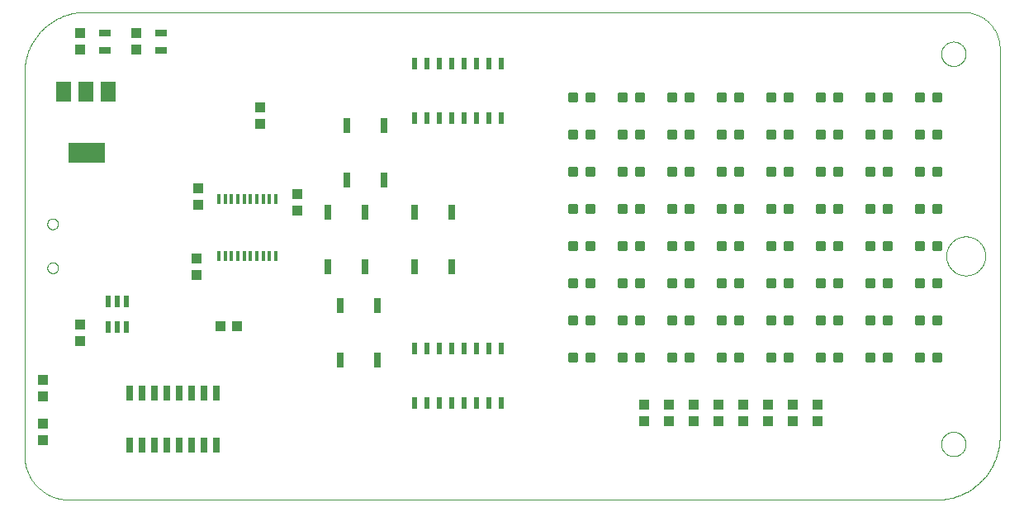
<source format=gtp>
G75*
%MOIN*%
%OFA0B0*%
%FSLAX25Y25*%
%IPPOS*%
%LPD*%
%AMOC8*
5,1,8,0,0,1.08239X$1,22.5*
%
%ADD10C,0.00000*%
%ADD11C,0.01181*%
%ADD12R,0.03937X0.04331*%
%ADD13R,0.02500X0.06000*%
%ADD14R,0.05900X0.07900*%
%ADD15R,0.15000X0.07900*%
%ADD16R,0.04724X0.03150*%
%ADD17R,0.01200X0.03900*%
%ADD18R,0.02362X0.04724*%
%ADD19R,0.03000X0.06000*%
%ADD20R,0.02165X0.04724*%
%ADD21R,0.04331X0.03937*%
D10*
X0059668Y0031528D02*
X0059668Y0185867D01*
X0059675Y0186459D01*
X0059697Y0187050D01*
X0059732Y0187640D01*
X0059782Y0188230D01*
X0059847Y0188818D01*
X0059925Y0189405D01*
X0060017Y0189989D01*
X0060124Y0190571D01*
X0060245Y0191150D01*
X0060379Y0191726D01*
X0060528Y0192299D01*
X0060690Y0192868D01*
X0060866Y0193433D01*
X0061056Y0193993D01*
X0061259Y0194549D01*
X0061475Y0195099D01*
X0061705Y0195645D01*
X0061948Y0196184D01*
X0062204Y0196718D01*
X0062472Y0197245D01*
X0062754Y0197765D01*
X0063047Y0198279D01*
X0063353Y0198785D01*
X0063672Y0199284D01*
X0064002Y0199775D01*
X0064344Y0200258D01*
X0064697Y0200732D01*
X0065062Y0201198D01*
X0065438Y0201655D01*
X0065825Y0202102D01*
X0066223Y0202540D01*
X0066631Y0202969D01*
X0067049Y0203387D01*
X0067478Y0203795D01*
X0067916Y0204193D01*
X0068363Y0204580D01*
X0068820Y0204956D01*
X0069286Y0205321D01*
X0069760Y0205674D01*
X0070243Y0206016D01*
X0070734Y0206346D01*
X0071233Y0206665D01*
X0071739Y0206971D01*
X0072253Y0207264D01*
X0072773Y0207546D01*
X0073300Y0207814D01*
X0073834Y0208070D01*
X0074373Y0208313D01*
X0074919Y0208543D01*
X0075469Y0208759D01*
X0076025Y0208962D01*
X0076585Y0209152D01*
X0077150Y0209328D01*
X0077719Y0209490D01*
X0078292Y0209639D01*
X0078868Y0209773D01*
X0079447Y0209894D01*
X0080029Y0210001D01*
X0080613Y0210093D01*
X0081200Y0210171D01*
X0081788Y0210236D01*
X0082378Y0210286D01*
X0082968Y0210321D01*
X0083559Y0210343D01*
X0084151Y0210350D01*
X0438667Y0210350D01*
X0438667Y0210351D02*
X0439022Y0210347D01*
X0439377Y0210334D01*
X0439732Y0210312D01*
X0440086Y0210282D01*
X0440439Y0210244D01*
X0440791Y0210197D01*
X0441142Y0210141D01*
X0441492Y0210077D01*
X0441839Y0210005D01*
X0442185Y0209924D01*
X0442529Y0209835D01*
X0442871Y0209737D01*
X0443210Y0209631D01*
X0443547Y0209518D01*
X0443880Y0209396D01*
X0444211Y0209266D01*
X0444538Y0209128D01*
X0444862Y0208982D01*
X0445183Y0208828D01*
X0445499Y0208667D01*
X0445812Y0208498D01*
X0446120Y0208322D01*
X0446424Y0208138D01*
X0446724Y0207947D01*
X0447019Y0207749D01*
X0447309Y0207543D01*
X0447594Y0207331D01*
X0447873Y0207112D01*
X0448147Y0206886D01*
X0448416Y0206654D01*
X0448679Y0206415D01*
X0448937Y0206170D01*
X0449188Y0205919D01*
X0449433Y0205661D01*
X0449672Y0205398D01*
X0449904Y0205129D01*
X0450130Y0204855D01*
X0450349Y0204576D01*
X0450561Y0204291D01*
X0450767Y0204001D01*
X0450965Y0203706D01*
X0451156Y0203406D01*
X0451340Y0203102D01*
X0451516Y0202794D01*
X0451685Y0202481D01*
X0451846Y0202165D01*
X0452000Y0201844D01*
X0452146Y0201520D01*
X0452284Y0201193D01*
X0452414Y0200862D01*
X0452536Y0200529D01*
X0452649Y0200192D01*
X0452755Y0199853D01*
X0452853Y0199511D01*
X0452942Y0199167D01*
X0453023Y0198821D01*
X0453095Y0198474D01*
X0453159Y0198124D01*
X0453215Y0197773D01*
X0453262Y0197421D01*
X0453300Y0197068D01*
X0453330Y0196714D01*
X0453352Y0196359D01*
X0453365Y0196004D01*
X0453369Y0195649D01*
X0453369Y0039112D01*
X0429747Y0036000D02*
X0429749Y0036140D01*
X0429755Y0036280D01*
X0429765Y0036419D01*
X0429779Y0036558D01*
X0429797Y0036697D01*
X0429818Y0036835D01*
X0429844Y0036973D01*
X0429874Y0037110D01*
X0429907Y0037245D01*
X0429945Y0037380D01*
X0429986Y0037514D01*
X0430031Y0037647D01*
X0430079Y0037778D01*
X0430132Y0037907D01*
X0430188Y0038036D01*
X0430247Y0038162D01*
X0430311Y0038287D01*
X0430377Y0038410D01*
X0430448Y0038531D01*
X0430521Y0038650D01*
X0430598Y0038767D01*
X0430679Y0038881D01*
X0430762Y0038993D01*
X0430849Y0039103D01*
X0430939Y0039211D01*
X0431031Y0039315D01*
X0431127Y0039417D01*
X0431226Y0039517D01*
X0431327Y0039613D01*
X0431431Y0039707D01*
X0431538Y0039797D01*
X0431647Y0039884D01*
X0431759Y0039969D01*
X0431873Y0040050D01*
X0431989Y0040128D01*
X0432107Y0040202D01*
X0432228Y0040273D01*
X0432350Y0040341D01*
X0432475Y0040405D01*
X0432601Y0040466D01*
X0432728Y0040523D01*
X0432858Y0040576D01*
X0432989Y0040626D01*
X0433121Y0040671D01*
X0433254Y0040714D01*
X0433389Y0040752D01*
X0433524Y0040786D01*
X0433661Y0040817D01*
X0433798Y0040844D01*
X0433936Y0040866D01*
X0434075Y0040885D01*
X0434214Y0040900D01*
X0434353Y0040911D01*
X0434493Y0040918D01*
X0434633Y0040921D01*
X0434773Y0040920D01*
X0434913Y0040915D01*
X0435052Y0040906D01*
X0435192Y0040893D01*
X0435331Y0040876D01*
X0435469Y0040855D01*
X0435607Y0040831D01*
X0435744Y0040802D01*
X0435880Y0040770D01*
X0436015Y0040733D01*
X0436149Y0040693D01*
X0436282Y0040649D01*
X0436413Y0040601D01*
X0436543Y0040550D01*
X0436672Y0040495D01*
X0436799Y0040436D01*
X0436924Y0040373D01*
X0437047Y0040308D01*
X0437169Y0040238D01*
X0437288Y0040165D01*
X0437406Y0040089D01*
X0437521Y0040010D01*
X0437634Y0039927D01*
X0437744Y0039841D01*
X0437852Y0039752D01*
X0437957Y0039660D01*
X0438060Y0039565D01*
X0438160Y0039467D01*
X0438257Y0039367D01*
X0438351Y0039263D01*
X0438443Y0039157D01*
X0438531Y0039049D01*
X0438616Y0038938D01*
X0438698Y0038824D01*
X0438777Y0038708D01*
X0438852Y0038591D01*
X0438924Y0038471D01*
X0438992Y0038349D01*
X0439057Y0038225D01*
X0439119Y0038099D01*
X0439177Y0037972D01*
X0439231Y0037843D01*
X0439282Y0037712D01*
X0439328Y0037580D01*
X0439371Y0037447D01*
X0439411Y0037313D01*
X0439446Y0037178D01*
X0439478Y0037041D01*
X0439505Y0036904D01*
X0439529Y0036766D01*
X0439549Y0036628D01*
X0439565Y0036489D01*
X0439577Y0036349D01*
X0439585Y0036210D01*
X0439589Y0036070D01*
X0439589Y0035930D01*
X0439585Y0035790D01*
X0439577Y0035651D01*
X0439565Y0035511D01*
X0439549Y0035372D01*
X0439529Y0035234D01*
X0439505Y0035096D01*
X0439478Y0034959D01*
X0439446Y0034822D01*
X0439411Y0034687D01*
X0439371Y0034553D01*
X0439328Y0034420D01*
X0439282Y0034288D01*
X0439231Y0034157D01*
X0439177Y0034028D01*
X0439119Y0033901D01*
X0439057Y0033775D01*
X0438992Y0033651D01*
X0438924Y0033529D01*
X0438852Y0033409D01*
X0438777Y0033292D01*
X0438698Y0033176D01*
X0438616Y0033062D01*
X0438531Y0032951D01*
X0438443Y0032843D01*
X0438351Y0032737D01*
X0438257Y0032633D01*
X0438160Y0032533D01*
X0438060Y0032435D01*
X0437957Y0032340D01*
X0437852Y0032248D01*
X0437744Y0032159D01*
X0437634Y0032073D01*
X0437521Y0031990D01*
X0437406Y0031911D01*
X0437288Y0031835D01*
X0437169Y0031762D01*
X0437047Y0031692D01*
X0436924Y0031627D01*
X0436799Y0031564D01*
X0436672Y0031505D01*
X0436543Y0031450D01*
X0436413Y0031399D01*
X0436282Y0031351D01*
X0436149Y0031307D01*
X0436015Y0031267D01*
X0435880Y0031230D01*
X0435744Y0031198D01*
X0435607Y0031169D01*
X0435469Y0031145D01*
X0435331Y0031124D01*
X0435192Y0031107D01*
X0435052Y0031094D01*
X0434913Y0031085D01*
X0434773Y0031080D01*
X0434633Y0031079D01*
X0434493Y0031082D01*
X0434353Y0031089D01*
X0434214Y0031100D01*
X0434075Y0031115D01*
X0433936Y0031134D01*
X0433798Y0031156D01*
X0433661Y0031183D01*
X0433524Y0031214D01*
X0433389Y0031248D01*
X0433254Y0031286D01*
X0433121Y0031329D01*
X0432989Y0031374D01*
X0432858Y0031424D01*
X0432728Y0031477D01*
X0432601Y0031534D01*
X0432475Y0031595D01*
X0432350Y0031659D01*
X0432228Y0031727D01*
X0432107Y0031798D01*
X0431989Y0031872D01*
X0431873Y0031950D01*
X0431759Y0032031D01*
X0431647Y0032116D01*
X0431538Y0032203D01*
X0431431Y0032293D01*
X0431327Y0032387D01*
X0431226Y0032483D01*
X0431127Y0032583D01*
X0431031Y0032685D01*
X0430939Y0032789D01*
X0430849Y0032897D01*
X0430762Y0033007D01*
X0430679Y0033119D01*
X0430598Y0033233D01*
X0430521Y0033350D01*
X0430448Y0033469D01*
X0430377Y0033590D01*
X0430311Y0033713D01*
X0430247Y0033838D01*
X0430188Y0033964D01*
X0430132Y0034093D01*
X0430079Y0034222D01*
X0430031Y0034353D01*
X0429986Y0034486D01*
X0429945Y0034620D01*
X0429907Y0034755D01*
X0429874Y0034890D01*
X0429844Y0035027D01*
X0429818Y0035165D01*
X0429797Y0035303D01*
X0429779Y0035442D01*
X0429765Y0035581D01*
X0429755Y0035720D01*
X0429749Y0035860D01*
X0429747Y0036000D01*
X0427757Y0013500D02*
X0428376Y0013507D01*
X0428994Y0013530D01*
X0429612Y0013567D01*
X0430229Y0013620D01*
X0430844Y0013687D01*
X0431458Y0013769D01*
X0432069Y0013866D01*
X0432678Y0013977D01*
X0433284Y0014103D01*
X0433886Y0014244D01*
X0434485Y0014400D01*
X0435081Y0014569D01*
X0435672Y0014754D01*
X0436258Y0014952D01*
X0436839Y0015164D01*
X0437415Y0015391D01*
X0437986Y0015631D01*
X0438550Y0015885D01*
X0439108Y0016153D01*
X0439659Y0016434D01*
X0440204Y0016728D01*
X0440741Y0017035D01*
X0441271Y0017355D01*
X0441793Y0017688D01*
X0442306Y0018034D01*
X0442811Y0018391D01*
X0443308Y0018761D01*
X0443795Y0019143D01*
X0444273Y0019536D01*
X0444741Y0019941D01*
X0445199Y0020357D01*
X0445647Y0020784D01*
X0446085Y0021222D01*
X0446512Y0021670D01*
X0446928Y0022128D01*
X0447333Y0022596D01*
X0447726Y0023074D01*
X0448108Y0023561D01*
X0448478Y0024058D01*
X0448835Y0024563D01*
X0449181Y0025076D01*
X0449514Y0025598D01*
X0449834Y0026128D01*
X0450141Y0026665D01*
X0450435Y0027210D01*
X0450716Y0027761D01*
X0450984Y0028319D01*
X0451238Y0028883D01*
X0451478Y0029454D01*
X0451705Y0030030D01*
X0451917Y0030611D01*
X0452115Y0031197D01*
X0452300Y0031788D01*
X0452469Y0032384D01*
X0452625Y0032983D01*
X0452766Y0033585D01*
X0452892Y0034191D01*
X0453003Y0034800D01*
X0453100Y0035411D01*
X0453182Y0036025D01*
X0453249Y0036640D01*
X0453302Y0037257D01*
X0453339Y0037875D01*
X0453362Y0038493D01*
X0453369Y0039112D01*
X0427757Y0013500D02*
X0077695Y0013500D01*
X0077259Y0013505D01*
X0076824Y0013521D01*
X0076389Y0013547D01*
X0075955Y0013584D01*
X0075522Y0013631D01*
X0075090Y0013689D01*
X0074660Y0013757D01*
X0074231Y0013836D01*
X0073805Y0013925D01*
X0073381Y0014024D01*
X0072959Y0014133D01*
X0072540Y0014253D01*
X0072124Y0014382D01*
X0071711Y0014522D01*
X0071302Y0014672D01*
X0070897Y0014831D01*
X0070495Y0015000D01*
X0070098Y0015179D01*
X0069705Y0015367D01*
X0069317Y0015565D01*
X0068934Y0015772D01*
X0068556Y0015988D01*
X0068183Y0016214D01*
X0067815Y0016448D01*
X0067454Y0016691D01*
X0067098Y0016943D01*
X0066749Y0017203D01*
X0066406Y0017472D01*
X0066070Y0017749D01*
X0065740Y0018034D01*
X0065418Y0018327D01*
X0065102Y0018627D01*
X0064794Y0018935D01*
X0064494Y0019251D01*
X0064201Y0019573D01*
X0063916Y0019903D01*
X0063639Y0020239D01*
X0063370Y0020582D01*
X0063110Y0020931D01*
X0062858Y0021287D01*
X0062615Y0021648D01*
X0062381Y0022016D01*
X0062155Y0022389D01*
X0061939Y0022767D01*
X0061732Y0023150D01*
X0061534Y0023538D01*
X0061346Y0023931D01*
X0061167Y0024328D01*
X0060998Y0024730D01*
X0060839Y0025135D01*
X0060689Y0025544D01*
X0060549Y0025957D01*
X0060420Y0026373D01*
X0060300Y0026792D01*
X0060191Y0027214D01*
X0060092Y0027638D01*
X0060003Y0028064D01*
X0059924Y0028493D01*
X0059856Y0028923D01*
X0059798Y0029355D01*
X0059751Y0029788D01*
X0059714Y0030222D01*
X0059688Y0030657D01*
X0059672Y0031092D01*
X0059667Y0031528D01*
X0068920Y0107142D02*
X0068922Y0107235D01*
X0068928Y0107327D01*
X0068938Y0107419D01*
X0068952Y0107510D01*
X0068969Y0107601D01*
X0068991Y0107691D01*
X0069016Y0107780D01*
X0069045Y0107868D01*
X0069078Y0107954D01*
X0069115Y0108039D01*
X0069155Y0108123D01*
X0069199Y0108204D01*
X0069246Y0108284D01*
X0069296Y0108362D01*
X0069350Y0108437D01*
X0069407Y0108510D01*
X0069467Y0108580D01*
X0069530Y0108648D01*
X0069596Y0108713D01*
X0069664Y0108775D01*
X0069735Y0108835D01*
X0069809Y0108891D01*
X0069885Y0108944D01*
X0069963Y0108993D01*
X0070043Y0109040D01*
X0070125Y0109082D01*
X0070209Y0109122D01*
X0070294Y0109157D01*
X0070381Y0109189D01*
X0070469Y0109218D01*
X0070558Y0109242D01*
X0070648Y0109263D01*
X0070739Y0109279D01*
X0070831Y0109292D01*
X0070923Y0109301D01*
X0071016Y0109306D01*
X0071108Y0109307D01*
X0071201Y0109304D01*
X0071293Y0109297D01*
X0071385Y0109286D01*
X0071476Y0109271D01*
X0071567Y0109253D01*
X0071657Y0109230D01*
X0071745Y0109204D01*
X0071833Y0109174D01*
X0071919Y0109140D01*
X0072003Y0109103D01*
X0072086Y0109061D01*
X0072167Y0109017D01*
X0072247Y0108969D01*
X0072324Y0108918D01*
X0072398Y0108863D01*
X0072471Y0108805D01*
X0072541Y0108745D01*
X0072608Y0108681D01*
X0072672Y0108615D01*
X0072734Y0108545D01*
X0072792Y0108474D01*
X0072847Y0108400D01*
X0072899Y0108323D01*
X0072948Y0108244D01*
X0072994Y0108164D01*
X0073036Y0108081D01*
X0073074Y0107997D01*
X0073109Y0107911D01*
X0073140Y0107824D01*
X0073167Y0107736D01*
X0073190Y0107646D01*
X0073210Y0107556D01*
X0073226Y0107465D01*
X0073238Y0107373D01*
X0073246Y0107281D01*
X0073250Y0107188D01*
X0073250Y0107096D01*
X0073246Y0107003D01*
X0073238Y0106911D01*
X0073226Y0106819D01*
X0073210Y0106728D01*
X0073190Y0106638D01*
X0073167Y0106548D01*
X0073140Y0106460D01*
X0073109Y0106373D01*
X0073074Y0106287D01*
X0073036Y0106203D01*
X0072994Y0106120D01*
X0072948Y0106040D01*
X0072899Y0105961D01*
X0072847Y0105884D01*
X0072792Y0105810D01*
X0072734Y0105739D01*
X0072672Y0105669D01*
X0072608Y0105603D01*
X0072541Y0105539D01*
X0072471Y0105479D01*
X0072398Y0105421D01*
X0072324Y0105366D01*
X0072247Y0105315D01*
X0072168Y0105267D01*
X0072086Y0105223D01*
X0072003Y0105181D01*
X0071919Y0105144D01*
X0071833Y0105110D01*
X0071745Y0105080D01*
X0071657Y0105054D01*
X0071567Y0105031D01*
X0071476Y0105013D01*
X0071385Y0104998D01*
X0071293Y0104987D01*
X0071201Y0104980D01*
X0071108Y0104977D01*
X0071016Y0104978D01*
X0070923Y0104983D01*
X0070831Y0104992D01*
X0070739Y0105005D01*
X0070648Y0105021D01*
X0070558Y0105042D01*
X0070469Y0105066D01*
X0070381Y0105095D01*
X0070294Y0105127D01*
X0070209Y0105162D01*
X0070125Y0105202D01*
X0070043Y0105244D01*
X0069963Y0105291D01*
X0069885Y0105340D01*
X0069809Y0105393D01*
X0069735Y0105449D01*
X0069664Y0105509D01*
X0069596Y0105571D01*
X0069530Y0105636D01*
X0069467Y0105704D01*
X0069407Y0105774D01*
X0069350Y0105847D01*
X0069296Y0105922D01*
X0069246Y0106000D01*
X0069199Y0106080D01*
X0069155Y0106161D01*
X0069115Y0106245D01*
X0069078Y0106330D01*
X0069045Y0106416D01*
X0069016Y0106504D01*
X0068991Y0106593D01*
X0068969Y0106683D01*
X0068952Y0106774D01*
X0068938Y0106865D01*
X0068928Y0106957D01*
X0068922Y0107049D01*
X0068920Y0107142D01*
X0068920Y0124858D02*
X0068922Y0124951D01*
X0068928Y0125043D01*
X0068938Y0125135D01*
X0068952Y0125226D01*
X0068969Y0125317D01*
X0068991Y0125407D01*
X0069016Y0125496D01*
X0069045Y0125584D01*
X0069078Y0125670D01*
X0069115Y0125755D01*
X0069155Y0125839D01*
X0069199Y0125920D01*
X0069246Y0126000D01*
X0069296Y0126078D01*
X0069350Y0126153D01*
X0069407Y0126226D01*
X0069467Y0126296D01*
X0069530Y0126364D01*
X0069596Y0126429D01*
X0069664Y0126491D01*
X0069735Y0126551D01*
X0069809Y0126607D01*
X0069885Y0126660D01*
X0069963Y0126709D01*
X0070043Y0126756D01*
X0070125Y0126798D01*
X0070209Y0126838D01*
X0070294Y0126873D01*
X0070381Y0126905D01*
X0070469Y0126934D01*
X0070558Y0126958D01*
X0070648Y0126979D01*
X0070739Y0126995D01*
X0070831Y0127008D01*
X0070923Y0127017D01*
X0071016Y0127022D01*
X0071108Y0127023D01*
X0071201Y0127020D01*
X0071293Y0127013D01*
X0071385Y0127002D01*
X0071476Y0126987D01*
X0071567Y0126969D01*
X0071657Y0126946D01*
X0071745Y0126920D01*
X0071833Y0126890D01*
X0071919Y0126856D01*
X0072003Y0126819D01*
X0072086Y0126777D01*
X0072167Y0126733D01*
X0072247Y0126685D01*
X0072324Y0126634D01*
X0072398Y0126579D01*
X0072471Y0126521D01*
X0072541Y0126461D01*
X0072608Y0126397D01*
X0072672Y0126331D01*
X0072734Y0126261D01*
X0072792Y0126190D01*
X0072847Y0126116D01*
X0072899Y0126039D01*
X0072948Y0125960D01*
X0072994Y0125880D01*
X0073036Y0125797D01*
X0073074Y0125713D01*
X0073109Y0125627D01*
X0073140Y0125540D01*
X0073167Y0125452D01*
X0073190Y0125362D01*
X0073210Y0125272D01*
X0073226Y0125181D01*
X0073238Y0125089D01*
X0073246Y0124997D01*
X0073250Y0124904D01*
X0073250Y0124812D01*
X0073246Y0124719D01*
X0073238Y0124627D01*
X0073226Y0124535D01*
X0073210Y0124444D01*
X0073190Y0124354D01*
X0073167Y0124264D01*
X0073140Y0124176D01*
X0073109Y0124089D01*
X0073074Y0124003D01*
X0073036Y0123919D01*
X0072994Y0123836D01*
X0072948Y0123756D01*
X0072899Y0123677D01*
X0072847Y0123600D01*
X0072792Y0123526D01*
X0072734Y0123455D01*
X0072672Y0123385D01*
X0072608Y0123319D01*
X0072541Y0123255D01*
X0072471Y0123195D01*
X0072398Y0123137D01*
X0072324Y0123082D01*
X0072247Y0123031D01*
X0072168Y0122983D01*
X0072086Y0122939D01*
X0072003Y0122897D01*
X0071919Y0122860D01*
X0071833Y0122826D01*
X0071745Y0122796D01*
X0071657Y0122770D01*
X0071567Y0122747D01*
X0071476Y0122729D01*
X0071385Y0122714D01*
X0071293Y0122703D01*
X0071201Y0122696D01*
X0071108Y0122693D01*
X0071016Y0122694D01*
X0070923Y0122699D01*
X0070831Y0122708D01*
X0070739Y0122721D01*
X0070648Y0122737D01*
X0070558Y0122758D01*
X0070469Y0122782D01*
X0070381Y0122811D01*
X0070294Y0122843D01*
X0070209Y0122878D01*
X0070125Y0122918D01*
X0070043Y0122960D01*
X0069963Y0123007D01*
X0069885Y0123056D01*
X0069809Y0123109D01*
X0069735Y0123165D01*
X0069664Y0123225D01*
X0069596Y0123287D01*
X0069530Y0123352D01*
X0069467Y0123420D01*
X0069407Y0123490D01*
X0069350Y0123563D01*
X0069296Y0123638D01*
X0069246Y0123716D01*
X0069199Y0123796D01*
X0069155Y0123877D01*
X0069115Y0123961D01*
X0069078Y0124046D01*
X0069045Y0124132D01*
X0069016Y0124220D01*
X0068991Y0124309D01*
X0068969Y0124399D01*
X0068952Y0124490D01*
X0068938Y0124581D01*
X0068928Y0124673D01*
X0068922Y0124765D01*
X0068920Y0124858D01*
X0429747Y0193500D02*
X0429749Y0193640D01*
X0429755Y0193780D01*
X0429765Y0193919D01*
X0429779Y0194058D01*
X0429797Y0194197D01*
X0429818Y0194335D01*
X0429844Y0194473D01*
X0429874Y0194610D01*
X0429907Y0194745D01*
X0429945Y0194880D01*
X0429986Y0195014D01*
X0430031Y0195147D01*
X0430079Y0195278D01*
X0430132Y0195407D01*
X0430188Y0195536D01*
X0430247Y0195662D01*
X0430311Y0195787D01*
X0430377Y0195910D01*
X0430448Y0196031D01*
X0430521Y0196150D01*
X0430598Y0196267D01*
X0430679Y0196381D01*
X0430762Y0196493D01*
X0430849Y0196603D01*
X0430939Y0196711D01*
X0431031Y0196815D01*
X0431127Y0196917D01*
X0431226Y0197017D01*
X0431327Y0197113D01*
X0431431Y0197207D01*
X0431538Y0197297D01*
X0431647Y0197384D01*
X0431759Y0197469D01*
X0431873Y0197550D01*
X0431989Y0197628D01*
X0432107Y0197702D01*
X0432228Y0197773D01*
X0432350Y0197841D01*
X0432475Y0197905D01*
X0432601Y0197966D01*
X0432728Y0198023D01*
X0432858Y0198076D01*
X0432989Y0198126D01*
X0433121Y0198171D01*
X0433254Y0198214D01*
X0433389Y0198252D01*
X0433524Y0198286D01*
X0433661Y0198317D01*
X0433798Y0198344D01*
X0433936Y0198366D01*
X0434075Y0198385D01*
X0434214Y0198400D01*
X0434353Y0198411D01*
X0434493Y0198418D01*
X0434633Y0198421D01*
X0434773Y0198420D01*
X0434913Y0198415D01*
X0435052Y0198406D01*
X0435192Y0198393D01*
X0435331Y0198376D01*
X0435469Y0198355D01*
X0435607Y0198331D01*
X0435744Y0198302D01*
X0435880Y0198270D01*
X0436015Y0198233D01*
X0436149Y0198193D01*
X0436282Y0198149D01*
X0436413Y0198101D01*
X0436543Y0198050D01*
X0436672Y0197995D01*
X0436799Y0197936D01*
X0436924Y0197873D01*
X0437047Y0197808D01*
X0437169Y0197738D01*
X0437288Y0197665D01*
X0437406Y0197589D01*
X0437521Y0197510D01*
X0437634Y0197427D01*
X0437744Y0197341D01*
X0437852Y0197252D01*
X0437957Y0197160D01*
X0438060Y0197065D01*
X0438160Y0196967D01*
X0438257Y0196867D01*
X0438351Y0196763D01*
X0438443Y0196657D01*
X0438531Y0196549D01*
X0438616Y0196438D01*
X0438698Y0196324D01*
X0438777Y0196208D01*
X0438852Y0196091D01*
X0438924Y0195971D01*
X0438992Y0195849D01*
X0439057Y0195725D01*
X0439119Y0195599D01*
X0439177Y0195472D01*
X0439231Y0195343D01*
X0439282Y0195212D01*
X0439328Y0195080D01*
X0439371Y0194947D01*
X0439411Y0194813D01*
X0439446Y0194678D01*
X0439478Y0194541D01*
X0439505Y0194404D01*
X0439529Y0194266D01*
X0439549Y0194128D01*
X0439565Y0193989D01*
X0439577Y0193849D01*
X0439585Y0193710D01*
X0439589Y0193570D01*
X0439589Y0193430D01*
X0439585Y0193290D01*
X0439577Y0193151D01*
X0439565Y0193011D01*
X0439549Y0192872D01*
X0439529Y0192734D01*
X0439505Y0192596D01*
X0439478Y0192459D01*
X0439446Y0192322D01*
X0439411Y0192187D01*
X0439371Y0192053D01*
X0439328Y0191920D01*
X0439282Y0191788D01*
X0439231Y0191657D01*
X0439177Y0191528D01*
X0439119Y0191401D01*
X0439057Y0191275D01*
X0438992Y0191151D01*
X0438924Y0191029D01*
X0438852Y0190909D01*
X0438777Y0190792D01*
X0438698Y0190676D01*
X0438616Y0190562D01*
X0438531Y0190451D01*
X0438443Y0190343D01*
X0438351Y0190237D01*
X0438257Y0190133D01*
X0438160Y0190033D01*
X0438060Y0189935D01*
X0437957Y0189840D01*
X0437852Y0189748D01*
X0437744Y0189659D01*
X0437634Y0189573D01*
X0437521Y0189490D01*
X0437406Y0189411D01*
X0437288Y0189335D01*
X0437169Y0189262D01*
X0437047Y0189192D01*
X0436924Y0189127D01*
X0436799Y0189064D01*
X0436672Y0189005D01*
X0436543Y0188950D01*
X0436413Y0188899D01*
X0436282Y0188851D01*
X0436149Y0188807D01*
X0436015Y0188767D01*
X0435880Y0188730D01*
X0435744Y0188698D01*
X0435607Y0188669D01*
X0435469Y0188645D01*
X0435331Y0188624D01*
X0435192Y0188607D01*
X0435052Y0188594D01*
X0434913Y0188585D01*
X0434773Y0188580D01*
X0434633Y0188579D01*
X0434493Y0188582D01*
X0434353Y0188589D01*
X0434214Y0188600D01*
X0434075Y0188615D01*
X0433936Y0188634D01*
X0433798Y0188656D01*
X0433661Y0188683D01*
X0433524Y0188714D01*
X0433389Y0188748D01*
X0433254Y0188786D01*
X0433121Y0188829D01*
X0432989Y0188874D01*
X0432858Y0188924D01*
X0432728Y0188977D01*
X0432601Y0189034D01*
X0432475Y0189095D01*
X0432350Y0189159D01*
X0432228Y0189227D01*
X0432107Y0189298D01*
X0431989Y0189372D01*
X0431873Y0189450D01*
X0431759Y0189531D01*
X0431647Y0189616D01*
X0431538Y0189703D01*
X0431431Y0189793D01*
X0431327Y0189887D01*
X0431226Y0189983D01*
X0431127Y0190083D01*
X0431031Y0190185D01*
X0430939Y0190289D01*
X0430849Y0190397D01*
X0430762Y0190507D01*
X0430679Y0190619D01*
X0430598Y0190733D01*
X0430521Y0190850D01*
X0430448Y0190969D01*
X0430377Y0191090D01*
X0430311Y0191213D01*
X0430247Y0191338D01*
X0430188Y0191464D01*
X0430132Y0191593D01*
X0430079Y0191722D01*
X0430031Y0191853D01*
X0429986Y0191986D01*
X0429945Y0192120D01*
X0429907Y0192255D01*
X0429874Y0192390D01*
X0429844Y0192527D01*
X0429818Y0192665D01*
X0429797Y0192803D01*
X0429779Y0192942D01*
X0429765Y0193081D01*
X0429755Y0193220D01*
X0429749Y0193360D01*
X0429747Y0193500D01*
X0431794Y0111925D02*
X0431796Y0112118D01*
X0431803Y0112311D01*
X0431815Y0112504D01*
X0431832Y0112697D01*
X0431853Y0112889D01*
X0431879Y0113080D01*
X0431910Y0113271D01*
X0431945Y0113461D01*
X0431985Y0113650D01*
X0432030Y0113838D01*
X0432079Y0114025D01*
X0432133Y0114211D01*
X0432191Y0114395D01*
X0432254Y0114578D01*
X0432322Y0114759D01*
X0432393Y0114938D01*
X0432470Y0115116D01*
X0432550Y0115292D01*
X0432635Y0115465D01*
X0432724Y0115637D01*
X0432817Y0115806D01*
X0432914Y0115973D01*
X0433016Y0116138D01*
X0433121Y0116300D01*
X0433230Y0116459D01*
X0433344Y0116616D01*
X0433461Y0116769D01*
X0433581Y0116920D01*
X0433706Y0117068D01*
X0433834Y0117213D01*
X0433965Y0117354D01*
X0434100Y0117493D01*
X0434239Y0117628D01*
X0434380Y0117759D01*
X0434525Y0117887D01*
X0434673Y0118012D01*
X0434824Y0118132D01*
X0434977Y0118249D01*
X0435134Y0118363D01*
X0435293Y0118472D01*
X0435455Y0118577D01*
X0435620Y0118679D01*
X0435787Y0118776D01*
X0435956Y0118869D01*
X0436128Y0118958D01*
X0436301Y0119043D01*
X0436477Y0119123D01*
X0436655Y0119200D01*
X0436834Y0119271D01*
X0437015Y0119339D01*
X0437198Y0119402D01*
X0437382Y0119460D01*
X0437568Y0119514D01*
X0437755Y0119563D01*
X0437943Y0119608D01*
X0438132Y0119648D01*
X0438322Y0119683D01*
X0438513Y0119714D01*
X0438704Y0119740D01*
X0438896Y0119761D01*
X0439089Y0119778D01*
X0439282Y0119790D01*
X0439475Y0119797D01*
X0439668Y0119799D01*
X0439861Y0119797D01*
X0440054Y0119790D01*
X0440247Y0119778D01*
X0440440Y0119761D01*
X0440632Y0119740D01*
X0440823Y0119714D01*
X0441014Y0119683D01*
X0441204Y0119648D01*
X0441393Y0119608D01*
X0441581Y0119563D01*
X0441768Y0119514D01*
X0441954Y0119460D01*
X0442138Y0119402D01*
X0442321Y0119339D01*
X0442502Y0119271D01*
X0442681Y0119200D01*
X0442859Y0119123D01*
X0443035Y0119043D01*
X0443208Y0118958D01*
X0443380Y0118869D01*
X0443549Y0118776D01*
X0443716Y0118679D01*
X0443881Y0118577D01*
X0444043Y0118472D01*
X0444202Y0118363D01*
X0444359Y0118249D01*
X0444512Y0118132D01*
X0444663Y0118012D01*
X0444811Y0117887D01*
X0444956Y0117759D01*
X0445097Y0117628D01*
X0445236Y0117493D01*
X0445371Y0117354D01*
X0445502Y0117213D01*
X0445630Y0117068D01*
X0445755Y0116920D01*
X0445875Y0116769D01*
X0445992Y0116616D01*
X0446106Y0116459D01*
X0446215Y0116300D01*
X0446320Y0116138D01*
X0446422Y0115973D01*
X0446519Y0115806D01*
X0446612Y0115637D01*
X0446701Y0115465D01*
X0446786Y0115292D01*
X0446866Y0115116D01*
X0446943Y0114938D01*
X0447014Y0114759D01*
X0447082Y0114578D01*
X0447145Y0114395D01*
X0447203Y0114211D01*
X0447257Y0114025D01*
X0447306Y0113838D01*
X0447351Y0113650D01*
X0447391Y0113461D01*
X0447426Y0113271D01*
X0447457Y0113080D01*
X0447483Y0112889D01*
X0447504Y0112697D01*
X0447521Y0112504D01*
X0447533Y0112311D01*
X0447540Y0112118D01*
X0447542Y0111925D01*
X0447540Y0111732D01*
X0447533Y0111539D01*
X0447521Y0111346D01*
X0447504Y0111153D01*
X0447483Y0110961D01*
X0447457Y0110770D01*
X0447426Y0110579D01*
X0447391Y0110389D01*
X0447351Y0110200D01*
X0447306Y0110012D01*
X0447257Y0109825D01*
X0447203Y0109639D01*
X0447145Y0109455D01*
X0447082Y0109272D01*
X0447014Y0109091D01*
X0446943Y0108912D01*
X0446866Y0108734D01*
X0446786Y0108558D01*
X0446701Y0108385D01*
X0446612Y0108213D01*
X0446519Y0108044D01*
X0446422Y0107877D01*
X0446320Y0107712D01*
X0446215Y0107550D01*
X0446106Y0107391D01*
X0445992Y0107234D01*
X0445875Y0107081D01*
X0445755Y0106930D01*
X0445630Y0106782D01*
X0445502Y0106637D01*
X0445371Y0106496D01*
X0445236Y0106357D01*
X0445097Y0106222D01*
X0444956Y0106091D01*
X0444811Y0105963D01*
X0444663Y0105838D01*
X0444512Y0105718D01*
X0444359Y0105601D01*
X0444202Y0105487D01*
X0444043Y0105378D01*
X0443881Y0105273D01*
X0443716Y0105171D01*
X0443549Y0105074D01*
X0443380Y0104981D01*
X0443208Y0104892D01*
X0443035Y0104807D01*
X0442859Y0104727D01*
X0442681Y0104650D01*
X0442502Y0104579D01*
X0442321Y0104511D01*
X0442138Y0104448D01*
X0441954Y0104390D01*
X0441768Y0104336D01*
X0441581Y0104287D01*
X0441393Y0104242D01*
X0441204Y0104202D01*
X0441014Y0104167D01*
X0440823Y0104136D01*
X0440632Y0104110D01*
X0440440Y0104089D01*
X0440247Y0104072D01*
X0440054Y0104060D01*
X0439861Y0104053D01*
X0439668Y0104051D01*
X0439475Y0104053D01*
X0439282Y0104060D01*
X0439089Y0104072D01*
X0438896Y0104089D01*
X0438704Y0104110D01*
X0438513Y0104136D01*
X0438322Y0104167D01*
X0438132Y0104202D01*
X0437943Y0104242D01*
X0437755Y0104287D01*
X0437568Y0104336D01*
X0437382Y0104390D01*
X0437198Y0104448D01*
X0437015Y0104511D01*
X0436834Y0104579D01*
X0436655Y0104650D01*
X0436477Y0104727D01*
X0436301Y0104807D01*
X0436128Y0104892D01*
X0435956Y0104981D01*
X0435787Y0105074D01*
X0435620Y0105171D01*
X0435455Y0105273D01*
X0435293Y0105378D01*
X0435134Y0105487D01*
X0434977Y0105601D01*
X0434824Y0105718D01*
X0434673Y0105838D01*
X0434525Y0105963D01*
X0434380Y0106091D01*
X0434239Y0106222D01*
X0434100Y0106357D01*
X0433965Y0106496D01*
X0433834Y0106637D01*
X0433706Y0106782D01*
X0433581Y0106930D01*
X0433461Y0107081D01*
X0433344Y0107234D01*
X0433230Y0107391D01*
X0433121Y0107550D01*
X0433016Y0107712D01*
X0432914Y0107877D01*
X0432817Y0108044D01*
X0432724Y0108213D01*
X0432635Y0108385D01*
X0432550Y0108558D01*
X0432470Y0108734D01*
X0432393Y0108912D01*
X0432322Y0109091D01*
X0432254Y0109272D01*
X0432191Y0109455D01*
X0432133Y0109639D01*
X0432079Y0109825D01*
X0432030Y0110012D01*
X0431985Y0110200D01*
X0431945Y0110389D01*
X0431910Y0110579D01*
X0431879Y0110770D01*
X0431853Y0110961D01*
X0431832Y0111153D01*
X0431815Y0111346D01*
X0431803Y0111539D01*
X0431796Y0111732D01*
X0431794Y0111925D01*
D11*
X0429498Y0114622D02*
X0429498Y0117378D01*
X0429498Y0114622D02*
X0426742Y0114622D01*
X0426742Y0117378D01*
X0429498Y0117378D01*
X0429498Y0115802D02*
X0426742Y0115802D01*
X0426742Y0116982D02*
X0429498Y0116982D01*
X0422593Y0117378D02*
X0422593Y0114622D01*
X0419837Y0114622D01*
X0419837Y0117378D01*
X0422593Y0117378D01*
X0422593Y0115802D02*
X0419837Y0115802D01*
X0419837Y0116982D02*
X0422593Y0116982D01*
X0409498Y0117378D02*
X0409498Y0114622D01*
X0406742Y0114622D01*
X0406742Y0117378D01*
X0409498Y0117378D01*
X0409498Y0115802D02*
X0406742Y0115802D01*
X0406742Y0116982D02*
X0409498Y0116982D01*
X0402593Y0117378D02*
X0402593Y0114622D01*
X0399837Y0114622D01*
X0399837Y0117378D01*
X0402593Y0117378D01*
X0402593Y0115802D02*
X0399837Y0115802D01*
X0399837Y0116982D02*
X0402593Y0116982D01*
X0389498Y0117378D02*
X0389498Y0114622D01*
X0386742Y0114622D01*
X0386742Y0117378D01*
X0389498Y0117378D01*
X0389498Y0115802D02*
X0386742Y0115802D01*
X0386742Y0116982D02*
X0389498Y0116982D01*
X0382593Y0117378D02*
X0382593Y0114622D01*
X0379837Y0114622D01*
X0379837Y0117378D01*
X0382593Y0117378D01*
X0382593Y0115802D02*
X0379837Y0115802D01*
X0379837Y0116982D02*
X0382593Y0116982D01*
X0369498Y0117378D02*
X0369498Y0114622D01*
X0366742Y0114622D01*
X0366742Y0117378D01*
X0369498Y0117378D01*
X0369498Y0115802D02*
X0366742Y0115802D01*
X0366742Y0116982D02*
X0369498Y0116982D01*
X0362593Y0117378D02*
X0362593Y0114622D01*
X0359837Y0114622D01*
X0359837Y0117378D01*
X0362593Y0117378D01*
X0362593Y0115802D02*
X0359837Y0115802D01*
X0359837Y0116982D02*
X0362593Y0116982D01*
X0349498Y0117378D02*
X0349498Y0114622D01*
X0346742Y0114622D01*
X0346742Y0117378D01*
X0349498Y0117378D01*
X0349498Y0115802D02*
X0346742Y0115802D01*
X0346742Y0116982D02*
X0349498Y0116982D01*
X0342593Y0117378D02*
X0342593Y0114622D01*
X0339837Y0114622D01*
X0339837Y0117378D01*
X0342593Y0117378D01*
X0342593Y0115802D02*
X0339837Y0115802D01*
X0339837Y0116982D02*
X0342593Y0116982D01*
X0329498Y0117378D02*
X0329498Y0114622D01*
X0326742Y0114622D01*
X0326742Y0117378D01*
X0329498Y0117378D01*
X0329498Y0115802D02*
X0326742Y0115802D01*
X0326742Y0116982D02*
X0329498Y0116982D01*
X0322593Y0117378D02*
X0322593Y0114622D01*
X0319837Y0114622D01*
X0319837Y0117378D01*
X0322593Y0117378D01*
X0322593Y0115802D02*
X0319837Y0115802D01*
X0319837Y0116982D02*
X0322593Y0116982D01*
X0309498Y0117378D02*
X0309498Y0114622D01*
X0306742Y0114622D01*
X0306742Y0117378D01*
X0309498Y0117378D01*
X0309498Y0115802D02*
X0306742Y0115802D01*
X0306742Y0116982D02*
X0309498Y0116982D01*
X0302593Y0117378D02*
X0302593Y0114622D01*
X0299837Y0114622D01*
X0299837Y0117378D01*
X0302593Y0117378D01*
X0302593Y0115802D02*
X0299837Y0115802D01*
X0299837Y0116982D02*
X0302593Y0116982D01*
X0289498Y0117378D02*
X0289498Y0114622D01*
X0286742Y0114622D01*
X0286742Y0117378D01*
X0289498Y0117378D01*
X0289498Y0115802D02*
X0286742Y0115802D01*
X0286742Y0116982D02*
X0289498Y0116982D01*
X0282593Y0117378D02*
X0282593Y0114622D01*
X0279837Y0114622D01*
X0279837Y0117378D01*
X0282593Y0117378D01*
X0282593Y0115802D02*
X0279837Y0115802D01*
X0279837Y0116982D02*
X0282593Y0116982D01*
X0282593Y0129622D02*
X0282593Y0132378D01*
X0282593Y0129622D02*
X0279837Y0129622D01*
X0279837Y0132378D01*
X0282593Y0132378D01*
X0282593Y0130802D02*
X0279837Y0130802D01*
X0279837Y0131982D02*
X0282593Y0131982D01*
X0289498Y0132378D02*
X0289498Y0129622D01*
X0286742Y0129622D01*
X0286742Y0132378D01*
X0289498Y0132378D01*
X0289498Y0130802D02*
X0286742Y0130802D01*
X0286742Y0131982D02*
X0289498Y0131982D01*
X0302593Y0132378D02*
X0302593Y0129622D01*
X0299837Y0129622D01*
X0299837Y0132378D01*
X0302593Y0132378D01*
X0302593Y0130802D02*
X0299837Y0130802D01*
X0299837Y0131982D02*
X0302593Y0131982D01*
X0309498Y0132378D02*
X0309498Y0129622D01*
X0306742Y0129622D01*
X0306742Y0132378D01*
X0309498Y0132378D01*
X0309498Y0130802D02*
X0306742Y0130802D01*
X0306742Y0131982D02*
X0309498Y0131982D01*
X0322593Y0132378D02*
X0322593Y0129622D01*
X0319837Y0129622D01*
X0319837Y0132378D01*
X0322593Y0132378D01*
X0322593Y0130802D02*
X0319837Y0130802D01*
X0319837Y0131982D02*
X0322593Y0131982D01*
X0329498Y0132378D02*
X0329498Y0129622D01*
X0326742Y0129622D01*
X0326742Y0132378D01*
X0329498Y0132378D01*
X0329498Y0130802D02*
X0326742Y0130802D01*
X0326742Y0131982D02*
X0329498Y0131982D01*
X0342593Y0132378D02*
X0342593Y0129622D01*
X0339837Y0129622D01*
X0339837Y0132378D01*
X0342593Y0132378D01*
X0342593Y0130802D02*
X0339837Y0130802D01*
X0339837Y0131982D02*
X0342593Y0131982D01*
X0349498Y0132378D02*
X0349498Y0129622D01*
X0346742Y0129622D01*
X0346742Y0132378D01*
X0349498Y0132378D01*
X0349498Y0130802D02*
X0346742Y0130802D01*
X0346742Y0131982D02*
X0349498Y0131982D01*
X0362593Y0132378D02*
X0362593Y0129622D01*
X0359837Y0129622D01*
X0359837Y0132378D01*
X0362593Y0132378D01*
X0362593Y0130802D02*
X0359837Y0130802D01*
X0359837Y0131982D02*
X0362593Y0131982D01*
X0369498Y0132378D02*
X0369498Y0129622D01*
X0366742Y0129622D01*
X0366742Y0132378D01*
X0369498Y0132378D01*
X0369498Y0130802D02*
X0366742Y0130802D01*
X0366742Y0131982D02*
X0369498Y0131982D01*
X0382593Y0132378D02*
X0382593Y0129622D01*
X0379837Y0129622D01*
X0379837Y0132378D01*
X0382593Y0132378D01*
X0382593Y0130802D02*
X0379837Y0130802D01*
X0379837Y0131982D02*
X0382593Y0131982D01*
X0389498Y0132378D02*
X0389498Y0129622D01*
X0386742Y0129622D01*
X0386742Y0132378D01*
X0389498Y0132378D01*
X0389498Y0130802D02*
X0386742Y0130802D01*
X0386742Y0131982D02*
X0389498Y0131982D01*
X0402593Y0132378D02*
X0402593Y0129622D01*
X0399837Y0129622D01*
X0399837Y0132378D01*
X0402593Y0132378D01*
X0402593Y0130802D02*
X0399837Y0130802D01*
X0399837Y0131982D02*
X0402593Y0131982D01*
X0409498Y0132378D02*
X0409498Y0129622D01*
X0406742Y0129622D01*
X0406742Y0132378D01*
X0409498Y0132378D01*
X0409498Y0130802D02*
X0406742Y0130802D01*
X0406742Y0131982D02*
X0409498Y0131982D01*
X0422593Y0132378D02*
X0422593Y0129622D01*
X0419837Y0129622D01*
X0419837Y0132378D01*
X0422593Y0132378D01*
X0422593Y0130802D02*
X0419837Y0130802D01*
X0419837Y0131982D02*
X0422593Y0131982D01*
X0429498Y0132378D02*
X0429498Y0129622D01*
X0426742Y0129622D01*
X0426742Y0132378D01*
X0429498Y0132378D01*
X0429498Y0130802D02*
X0426742Y0130802D01*
X0426742Y0131982D02*
X0429498Y0131982D01*
X0429498Y0144622D02*
X0429498Y0147378D01*
X0429498Y0144622D02*
X0426742Y0144622D01*
X0426742Y0147378D01*
X0429498Y0147378D01*
X0429498Y0145802D02*
X0426742Y0145802D01*
X0426742Y0146982D02*
X0429498Y0146982D01*
X0422593Y0147378D02*
X0422593Y0144622D01*
X0419837Y0144622D01*
X0419837Y0147378D01*
X0422593Y0147378D01*
X0422593Y0145802D02*
X0419837Y0145802D01*
X0419837Y0146982D02*
X0422593Y0146982D01*
X0409498Y0147378D02*
X0409498Y0144622D01*
X0406742Y0144622D01*
X0406742Y0147378D01*
X0409498Y0147378D01*
X0409498Y0145802D02*
X0406742Y0145802D01*
X0406742Y0146982D02*
X0409498Y0146982D01*
X0402593Y0147378D02*
X0402593Y0144622D01*
X0399837Y0144622D01*
X0399837Y0147378D01*
X0402593Y0147378D01*
X0402593Y0145802D02*
X0399837Y0145802D01*
X0399837Y0146982D02*
X0402593Y0146982D01*
X0389498Y0147378D02*
X0389498Y0144622D01*
X0386742Y0144622D01*
X0386742Y0147378D01*
X0389498Y0147378D01*
X0389498Y0145802D02*
X0386742Y0145802D01*
X0386742Y0146982D02*
X0389498Y0146982D01*
X0382593Y0147378D02*
X0382593Y0144622D01*
X0379837Y0144622D01*
X0379837Y0147378D01*
X0382593Y0147378D01*
X0382593Y0145802D02*
X0379837Y0145802D01*
X0379837Y0146982D02*
X0382593Y0146982D01*
X0369498Y0147378D02*
X0369498Y0144622D01*
X0366742Y0144622D01*
X0366742Y0147378D01*
X0369498Y0147378D01*
X0369498Y0145802D02*
X0366742Y0145802D01*
X0366742Y0146982D02*
X0369498Y0146982D01*
X0362593Y0147378D02*
X0362593Y0144622D01*
X0359837Y0144622D01*
X0359837Y0147378D01*
X0362593Y0147378D01*
X0362593Y0145802D02*
X0359837Y0145802D01*
X0359837Y0146982D02*
X0362593Y0146982D01*
X0349498Y0147378D02*
X0349498Y0144622D01*
X0346742Y0144622D01*
X0346742Y0147378D01*
X0349498Y0147378D01*
X0349498Y0145802D02*
X0346742Y0145802D01*
X0346742Y0146982D02*
X0349498Y0146982D01*
X0342593Y0147378D02*
X0342593Y0144622D01*
X0339837Y0144622D01*
X0339837Y0147378D01*
X0342593Y0147378D01*
X0342593Y0145802D02*
X0339837Y0145802D01*
X0339837Y0146982D02*
X0342593Y0146982D01*
X0329498Y0147378D02*
X0329498Y0144622D01*
X0326742Y0144622D01*
X0326742Y0147378D01*
X0329498Y0147378D01*
X0329498Y0145802D02*
X0326742Y0145802D01*
X0326742Y0146982D02*
X0329498Y0146982D01*
X0322593Y0147378D02*
X0322593Y0144622D01*
X0319837Y0144622D01*
X0319837Y0147378D01*
X0322593Y0147378D01*
X0322593Y0145802D02*
X0319837Y0145802D01*
X0319837Y0146982D02*
X0322593Y0146982D01*
X0309498Y0147378D02*
X0309498Y0144622D01*
X0306742Y0144622D01*
X0306742Y0147378D01*
X0309498Y0147378D01*
X0309498Y0145802D02*
X0306742Y0145802D01*
X0306742Y0146982D02*
X0309498Y0146982D01*
X0302593Y0147378D02*
X0302593Y0144622D01*
X0299837Y0144622D01*
X0299837Y0147378D01*
X0302593Y0147378D01*
X0302593Y0145802D02*
X0299837Y0145802D01*
X0299837Y0146982D02*
X0302593Y0146982D01*
X0289498Y0147378D02*
X0289498Y0144622D01*
X0286742Y0144622D01*
X0286742Y0147378D01*
X0289498Y0147378D01*
X0289498Y0145802D02*
X0286742Y0145802D01*
X0286742Y0146982D02*
X0289498Y0146982D01*
X0282593Y0147378D02*
X0282593Y0144622D01*
X0279837Y0144622D01*
X0279837Y0147378D01*
X0282593Y0147378D01*
X0282593Y0145802D02*
X0279837Y0145802D01*
X0279837Y0146982D02*
X0282593Y0146982D01*
X0282593Y0159622D02*
X0282593Y0162378D01*
X0282593Y0159622D02*
X0279837Y0159622D01*
X0279837Y0162378D01*
X0282593Y0162378D01*
X0282593Y0160802D02*
X0279837Y0160802D01*
X0279837Y0161982D02*
X0282593Y0161982D01*
X0289498Y0162378D02*
X0289498Y0159622D01*
X0286742Y0159622D01*
X0286742Y0162378D01*
X0289498Y0162378D01*
X0289498Y0160802D02*
X0286742Y0160802D01*
X0286742Y0161982D02*
X0289498Y0161982D01*
X0302593Y0162378D02*
X0302593Y0159622D01*
X0299837Y0159622D01*
X0299837Y0162378D01*
X0302593Y0162378D01*
X0302593Y0160802D02*
X0299837Y0160802D01*
X0299837Y0161982D02*
X0302593Y0161982D01*
X0309498Y0162378D02*
X0309498Y0159622D01*
X0306742Y0159622D01*
X0306742Y0162378D01*
X0309498Y0162378D01*
X0309498Y0160802D02*
X0306742Y0160802D01*
X0306742Y0161982D02*
X0309498Y0161982D01*
X0322593Y0162378D02*
X0322593Y0159622D01*
X0319837Y0159622D01*
X0319837Y0162378D01*
X0322593Y0162378D01*
X0322593Y0160802D02*
X0319837Y0160802D01*
X0319837Y0161982D02*
X0322593Y0161982D01*
X0329498Y0162378D02*
X0329498Y0159622D01*
X0326742Y0159622D01*
X0326742Y0162378D01*
X0329498Y0162378D01*
X0329498Y0160802D02*
X0326742Y0160802D01*
X0326742Y0161982D02*
X0329498Y0161982D01*
X0342593Y0162378D02*
X0342593Y0159622D01*
X0339837Y0159622D01*
X0339837Y0162378D01*
X0342593Y0162378D01*
X0342593Y0160802D02*
X0339837Y0160802D01*
X0339837Y0161982D02*
X0342593Y0161982D01*
X0349498Y0162378D02*
X0349498Y0159622D01*
X0346742Y0159622D01*
X0346742Y0162378D01*
X0349498Y0162378D01*
X0349498Y0160802D02*
X0346742Y0160802D01*
X0346742Y0161982D02*
X0349498Y0161982D01*
X0362593Y0162378D02*
X0362593Y0159622D01*
X0359837Y0159622D01*
X0359837Y0162378D01*
X0362593Y0162378D01*
X0362593Y0160802D02*
X0359837Y0160802D01*
X0359837Y0161982D02*
X0362593Y0161982D01*
X0369498Y0162378D02*
X0369498Y0159622D01*
X0366742Y0159622D01*
X0366742Y0162378D01*
X0369498Y0162378D01*
X0369498Y0160802D02*
X0366742Y0160802D01*
X0366742Y0161982D02*
X0369498Y0161982D01*
X0382593Y0162378D02*
X0382593Y0159622D01*
X0379837Y0159622D01*
X0379837Y0162378D01*
X0382593Y0162378D01*
X0382593Y0160802D02*
X0379837Y0160802D01*
X0379837Y0161982D02*
X0382593Y0161982D01*
X0389498Y0162378D02*
X0389498Y0159622D01*
X0386742Y0159622D01*
X0386742Y0162378D01*
X0389498Y0162378D01*
X0389498Y0160802D02*
X0386742Y0160802D01*
X0386742Y0161982D02*
X0389498Y0161982D01*
X0402593Y0162378D02*
X0402593Y0159622D01*
X0399837Y0159622D01*
X0399837Y0162378D01*
X0402593Y0162378D01*
X0402593Y0160802D02*
X0399837Y0160802D01*
X0399837Y0161982D02*
X0402593Y0161982D01*
X0409498Y0162378D02*
X0409498Y0159622D01*
X0406742Y0159622D01*
X0406742Y0162378D01*
X0409498Y0162378D01*
X0409498Y0160802D02*
X0406742Y0160802D01*
X0406742Y0161982D02*
X0409498Y0161982D01*
X0422593Y0162378D02*
X0422593Y0159622D01*
X0419837Y0159622D01*
X0419837Y0162378D01*
X0422593Y0162378D01*
X0422593Y0160802D02*
X0419837Y0160802D01*
X0419837Y0161982D02*
X0422593Y0161982D01*
X0429498Y0162378D02*
X0429498Y0159622D01*
X0426742Y0159622D01*
X0426742Y0162378D01*
X0429498Y0162378D01*
X0429498Y0160802D02*
X0426742Y0160802D01*
X0426742Y0161982D02*
X0429498Y0161982D01*
X0426742Y0174622D02*
X0426742Y0177378D01*
X0429498Y0177378D01*
X0429498Y0174622D01*
X0426742Y0174622D01*
X0426742Y0175802D02*
X0429498Y0175802D01*
X0429498Y0176982D02*
X0426742Y0176982D01*
X0419837Y0177378D02*
X0419837Y0174622D01*
X0419837Y0177378D02*
X0422593Y0177378D01*
X0422593Y0174622D01*
X0419837Y0174622D01*
X0419837Y0175802D02*
X0422593Y0175802D01*
X0422593Y0176982D02*
X0419837Y0176982D01*
X0409498Y0177378D02*
X0409498Y0174622D01*
X0406742Y0174622D01*
X0406742Y0177378D01*
X0409498Y0177378D01*
X0409498Y0175802D02*
X0406742Y0175802D01*
X0406742Y0176982D02*
X0409498Y0176982D01*
X0402593Y0177378D02*
X0402593Y0174622D01*
X0399837Y0174622D01*
X0399837Y0177378D01*
X0402593Y0177378D01*
X0402593Y0175802D02*
X0399837Y0175802D01*
X0399837Y0176982D02*
X0402593Y0176982D01*
X0389498Y0177378D02*
X0389498Y0174622D01*
X0386742Y0174622D01*
X0386742Y0177378D01*
X0389498Y0177378D01*
X0389498Y0175802D02*
X0386742Y0175802D01*
X0386742Y0176982D02*
X0389498Y0176982D01*
X0382593Y0177378D02*
X0382593Y0174622D01*
X0379837Y0174622D01*
X0379837Y0177378D01*
X0382593Y0177378D01*
X0382593Y0175802D02*
X0379837Y0175802D01*
X0379837Y0176982D02*
X0382593Y0176982D01*
X0369498Y0177378D02*
X0369498Y0174622D01*
X0366742Y0174622D01*
X0366742Y0177378D01*
X0369498Y0177378D01*
X0369498Y0175802D02*
X0366742Y0175802D01*
X0366742Y0176982D02*
X0369498Y0176982D01*
X0362593Y0177378D02*
X0362593Y0174622D01*
X0359837Y0174622D01*
X0359837Y0177378D01*
X0362593Y0177378D01*
X0362593Y0175802D02*
X0359837Y0175802D01*
X0359837Y0176982D02*
X0362593Y0176982D01*
X0349498Y0177378D02*
X0349498Y0174622D01*
X0346742Y0174622D01*
X0346742Y0177378D01*
X0349498Y0177378D01*
X0349498Y0175802D02*
X0346742Y0175802D01*
X0346742Y0176982D02*
X0349498Y0176982D01*
X0342593Y0177378D02*
X0342593Y0174622D01*
X0339837Y0174622D01*
X0339837Y0177378D01*
X0342593Y0177378D01*
X0342593Y0175802D02*
X0339837Y0175802D01*
X0339837Y0176982D02*
X0342593Y0176982D01*
X0329498Y0177378D02*
X0329498Y0174622D01*
X0326742Y0174622D01*
X0326742Y0177378D01*
X0329498Y0177378D01*
X0329498Y0175802D02*
X0326742Y0175802D01*
X0326742Y0176982D02*
X0329498Y0176982D01*
X0322593Y0177378D02*
X0322593Y0174622D01*
X0319837Y0174622D01*
X0319837Y0177378D01*
X0322593Y0177378D01*
X0322593Y0175802D02*
X0319837Y0175802D01*
X0319837Y0176982D02*
X0322593Y0176982D01*
X0309498Y0177378D02*
X0309498Y0174622D01*
X0306742Y0174622D01*
X0306742Y0177378D01*
X0309498Y0177378D01*
X0309498Y0175802D02*
X0306742Y0175802D01*
X0306742Y0176982D02*
X0309498Y0176982D01*
X0302593Y0177378D02*
X0302593Y0174622D01*
X0299837Y0174622D01*
X0299837Y0177378D01*
X0302593Y0177378D01*
X0302593Y0175802D02*
X0299837Y0175802D01*
X0299837Y0176982D02*
X0302593Y0176982D01*
X0289498Y0177378D02*
X0289498Y0174622D01*
X0286742Y0174622D01*
X0286742Y0177378D01*
X0289498Y0177378D01*
X0289498Y0175802D02*
X0286742Y0175802D01*
X0286742Y0176982D02*
X0289498Y0176982D01*
X0282593Y0177378D02*
X0282593Y0174622D01*
X0279837Y0174622D01*
X0279837Y0177378D01*
X0282593Y0177378D01*
X0282593Y0175802D02*
X0279837Y0175802D01*
X0279837Y0176982D02*
X0282593Y0176982D01*
X0282593Y0102378D02*
X0282593Y0099622D01*
X0279837Y0099622D01*
X0279837Y0102378D01*
X0282593Y0102378D01*
X0282593Y0100802D02*
X0279837Y0100802D01*
X0279837Y0101982D02*
X0282593Y0101982D01*
X0289498Y0102378D02*
X0289498Y0099622D01*
X0286742Y0099622D01*
X0286742Y0102378D01*
X0289498Y0102378D01*
X0289498Y0100802D02*
X0286742Y0100802D01*
X0286742Y0101982D02*
X0289498Y0101982D01*
X0302593Y0102378D02*
X0302593Y0099622D01*
X0299837Y0099622D01*
X0299837Y0102378D01*
X0302593Y0102378D01*
X0302593Y0100802D02*
X0299837Y0100802D01*
X0299837Y0101982D02*
X0302593Y0101982D01*
X0309498Y0102378D02*
X0309498Y0099622D01*
X0306742Y0099622D01*
X0306742Y0102378D01*
X0309498Y0102378D01*
X0309498Y0100802D02*
X0306742Y0100802D01*
X0306742Y0101982D02*
X0309498Y0101982D01*
X0322593Y0102378D02*
X0322593Y0099622D01*
X0319837Y0099622D01*
X0319837Y0102378D01*
X0322593Y0102378D01*
X0322593Y0100802D02*
X0319837Y0100802D01*
X0319837Y0101982D02*
X0322593Y0101982D01*
X0329498Y0102378D02*
X0329498Y0099622D01*
X0326742Y0099622D01*
X0326742Y0102378D01*
X0329498Y0102378D01*
X0329498Y0100802D02*
X0326742Y0100802D01*
X0326742Y0101982D02*
X0329498Y0101982D01*
X0342593Y0102378D02*
X0342593Y0099622D01*
X0339837Y0099622D01*
X0339837Y0102378D01*
X0342593Y0102378D01*
X0342593Y0100802D02*
X0339837Y0100802D01*
X0339837Y0101982D02*
X0342593Y0101982D01*
X0349498Y0102378D02*
X0349498Y0099622D01*
X0346742Y0099622D01*
X0346742Y0102378D01*
X0349498Y0102378D01*
X0349498Y0100802D02*
X0346742Y0100802D01*
X0346742Y0101982D02*
X0349498Y0101982D01*
X0362593Y0102378D02*
X0362593Y0099622D01*
X0359837Y0099622D01*
X0359837Y0102378D01*
X0362593Y0102378D01*
X0362593Y0100802D02*
X0359837Y0100802D01*
X0359837Y0101982D02*
X0362593Y0101982D01*
X0369498Y0102378D02*
X0369498Y0099622D01*
X0366742Y0099622D01*
X0366742Y0102378D01*
X0369498Y0102378D01*
X0369498Y0100802D02*
X0366742Y0100802D01*
X0366742Y0101982D02*
X0369498Y0101982D01*
X0382593Y0102378D02*
X0382593Y0099622D01*
X0379837Y0099622D01*
X0379837Y0102378D01*
X0382593Y0102378D01*
X0382593Y0100802D02*
X0379837Y0100802D01*
X0379837Y0101982D02*
X0382593Y0101982D01*
X0389498Y0102378D02*
X0389498Y0099622D01*
X0386742Y0099622D01*
X0386742Y0102378D01*
X0389498Y0102378D01*
X0389498Y0100802D02*
X0386742Y0100802D01*
X0386742Y0101982D02*
X0389498Y0101982D01*
X0402593Y0102378D02*
X0402593Y0099622D01*
X0399837Y0099622D01*
X0399837Y0102378D01*
X0402593Y0102378D01*
X0402593Y0100802D02*
X0399837Y0100802D01*
X0399837Y0101982D02*
X0402593Y0101982D01*
X0409498Y0102378D02*
X0409498Y0099622D01*
X0406742Y0099622D01*
X0406742Y0102378D01*
X0409498Y0102378D01*
X0409498Y0100802D02*
X0406742Y0100802D01*
X0406742Y0101982D02*
X0409498Y0101982D01*
X0422593Y0102378D02*
X0422593Y0099622D01*
X0419837Y0099622D01*
X0419837Y0102378D01*
X0422593Y0102378D01*
X0422593Y0100802D02*
X0419837Y0100802D01*
X0419837Y0101982D02*
X0422593Y0101982D01*
X0429498Y0102378D02*
X0429498Y0099622D01*
X0426742Y0099622D01*
X0426742Y0102378D01*
X0429498Y0102378D01*
X0429498Y0100802D02*
X0426742Y0100802D01*
X0426742Y0101982D02*
X0429498Y0101982D01*
X0429498Y0087378D02*
X0429498Y0084622D01*
X0426742Y0084622D01*
X0426742Y0087378D01*
X0429498Y0087378D01*
X0429498Y0085802D02*
X0426742Y0085802D01*
X0426742Y0086982D02*
X0429498Y0086982D01*
X0422593Y0087378D02*
X0422593Y0084622D01*
X0419837Y0084622D01*
X0419837Y0087378D01*
X0422593Y0087378D01*
X0422593Y0085802D02*
X0419837Y0085802D01*
X0419837Y0086982D02*
X0422593Y0086982D01*
X0409498Y0087378D02*
X0409498Y0084622D01*
X0406742Y0084622D01*
X0406742Y0087378D01*
X0409498Y0087378D01*
X0409498Y0085802D02*
X0406742Y0085802D01*
X0406742Y0086982D02*
X0409498Y0086982D01*
X0402593Y0087378D02*
X0402593Y0084622D01*
X0399837Y0084622D01*
X0399837Y0087378D01*
X0402593Y0087378D01*
X0402593Y0085802D02*
X0399837Y0085802D01*
X0399837Y0086982D02*
X0402593Y0086982D01*
X0389498Y0087378D02*
X0389498Y0084622D01*
X0386742Y0084622D01*
X0386742Y0087378D01*
X0389498Y0087378D01*
X0389498Y0085802D02*
X0386742Y0085802D01*
X0386742Y0086982D02*
X0389498Y0086982D01*
X0382593Y0087378D02*
X0382593Y0084622D01*
X0379837Y0084622D01*
X0379837Y0087378D01*
X0382593Y0087378D01*
X0382593Y0085802D02*
X0379837Y0085802D01*
X0379837Y0086982D02*
X0382593Y0086982D01*
X0369498Y0087378D02*
X0369498Y0084622D01*
X0366742Y0084622D01*
X0366742Y0087378D01*
X0369498Y0087378D01*
X0369498Y0085802D02*
X0366742Y0085802D01*
X0366742Y0086982D02*
X0369498Y0086982D01*
X0362593Y0087378D02*
X0362593Y0084622D01*
X0359837Y0084622D01*
X0359837Y0087378D01*
X0362593Y0087378D01*
X0362593Y0085802D02*
X0359837Y0085802D01*
X0359837Y0086982D02*
X0362593Y0086982D01*
X0349498Y0087378D02*
X0349498Y0084622D01*
X0346742Y0084622D01*
X0346742Y0087378D01*
X0349498Y0087378D01*
X0349498Y0085802D02*
X0346742Y0085802D01*
X0346742Y0086982D02*
X0349498Y0086982D01*
X0342593Y0087378D02*
X0342593Y0084622D01*
X0339837Y0084622D01*
X0339837Y0087378D01*
X0342593Y0087378D01*
X0342593Y0085802D02*
X0339837Y0085802D01*
X0339837Y0086982D02*
X0342593Y0086982D01*
X0329498Y0087378D02*
X0329498Y0084622D01*
X0326742Y0084622D01*
X0326742Y0087378D01*
X0329498Y0087378D01*
X0329498Y0085802D02*
X0326742Y0085802D01*
X0326742Y0086982D02*
X0329498Y0086982D01*
X0322593Y0087378D02*
X0322593Y0084622D01*
X0319837Y0084622D01*
X0319837Y0087378D01*
X0322593Y0087378D01*
X0322593Y0085802D02*
X0319837Y0085802D01*
X0319837Y0086982D02*
X0322593Y0086982D01*
X0309498Y0087378D02*
X0309498Y0084622D01*
X0306742Y0084622D01*
X0306742Y0087378D01*
X0309498Y0087378D01*
X0309498Y0085802D02*
X0306742Y0085802D01*
X0306742Y0086982D02*
X0309498Y0086982D01*
X0302593Y0087378D02*
X0302593Y0084622D01*
X0299837Y0084622D01*
X0299837Y0087378D01*
X0302593Y0087378D01*
X0302593Y0085802D02*
X0299837Y0085802D01*
X0299837Y0086982D02*
X0302593Y0086982D01*
X0289498Y0087378D02*
X0289498Y0084622D01*
X0286742Y0084622D01*
X0286742Y0087378D01*
X0289498Y0087378D01*
X0289498Y0085802D02*
X0286742Y0085802D01*
X0286742Y0086982D02*
X0289498Y0086982D01*
X0282593Y0087378D02*
X0282593Y0084622D01*
X0279837Y0084622D01*
X0279837Y0087378D01*
X0282593Y0087378D01*
X0282593Y0085802D02*
X0279837Y0085802D01*
X0279837Y0086982D02*
X0282593Y0086982D01*
X0282593Y0072378D02*
X0282593Y0069622D01*
X0279837Y0069622D01*
X0279837Y0072378D01*
X0282593Y0072378D01*
X0282593Y0070802D02*
X0279837Y0070802D01*
X0279837Y0071982D02*
X0282593Y0071982D01*
X0289498Y0072378D02*
X0289498Y0069622D01*
X0286742Y0069622D01*
X0286742Y0072378D01*
X0289498Y0072378D01*
X0289498Y0070802D02*
X0286742Y0070802D01*
X0286742Y0071982D02*
X0289498Y0071982D01*
X0302593Y0072378D02*
X0302593Y0069622D01*
X0299837Y0069622D01*
X0299837Y0072378D01*
X0302593Y0072378D01*
X0302593Y0070802D02*
X0299837Y0070802D01*
X0299837Y0071982D02*
X0302593Y0071982D01*
X0309498Y0072378D02*
X0309498Y0069622D01*
X0306742Y0069622D01*
X0306742Y0072378D01*
X0309498Y0072378D01*
X0309498Y0070802D02*
X0306742Y0070802D01*
X0306742Y0071982D02*
X0309498Y0071982D01*
X0322593Y0072378D02*
X0322593Y0069622D01*
X0319837Y0069622D01*
X0319837Y0072378D01*
X0322593Y0072378D01*
X0322593Y0070802D02*
X0319837Y0070802D01*
X0319837Y0071982D02*
X0322593Y0071982D01*
X0329498Y0072378D02*
X0329498Y0069622D01*
X0326742Y0069622D01*
X0326742Y0072378D01*
X0329498Y0072378D01*
X0329498Y0070802D02*
X0326742Y0070802D01*
X0326742Y0071982D02*
X0329498Y0071982D01*
X0342593Y0072378D02*
X0342593Y0069622D01*
X0339837Y0069622D01*
X0339837Y0072378D01*
X0342593Y0072378D01*
X0342593Y0070802D02*
X0339837Y0070802D01*
X0339837Y0071982D02*
X0342593Y0071982D01*
X0349498Y0072378D02*
X0349498Y0069622D01*
X0346742Y0069622D01*
X0346742Y0072378D01*
X0349498Y0072378D01*
X0349498Y0070802D02*
X0346742Y0070802D01*
X0346742Y0071982D02*
X0349498Y0071982D01*
X0362593Y0072378D02*
X0362593Y0069622D01*
X0359837Y0069622D01*
X0359837Y0072378D01*
X0362593Y0072378D01*
X0362593Y0070802D02*
X0359837Y0070802D01*
X0359837Y0071982D02*
X0362593Y0071982D01*
X0369498Y0072378D02*
X0369498Y0069622D01*
X0366742Y0069622D01*
X0366742Y0072378D01*
X0369498Y0072378D01*
X0369498Y0070802D02*
X0366742Y0070802D01*
X0366742Y0071982D02*
X0369498Y0071982D01*
X0382593Y0072378D02*
X0382593Y0069622D01*
X0379837Y0069622D01*
X0379837Y0072378D01*
X0382593Y0072378D01*
X0382593Y0070802D02*
X0379837Y0070802D01*
X0379837Y0071982D02*
X0382593Y0071982D01*
X0389498Y0072378D02*
X0389498Y0069622D01*
X0386742Y0069622D01*
X0386742Y0072378D01*
X0389498Y0072378D01*
X0389498Y0070802D02*
X0386742Y0070802D01*
X0386742Y0071982D02*
X0389498Y0071982D01*
X0402593Y0072378D02*
X0402593Y0069622D01*
X0399837Y0069622D01*
X0399837Y0072378D01*
X0402593Y0072378D01*
X0402593Y0070802D02*
X0399837Y0070802D01*
X0399837Y0071982D02*
X0402593Y0071982D01*
X0409498Y0072378D02*
X0409498Y0069622D01*
X0406742Y0069622D01*
X0406742Y0072378D01*
X0409498Y0072378D01*
X0409498Y0070802D02*
X0406742Y0070802D01*
X0406742Y0071982D02*
X0409498Y0071982D01*
X0422593Y0072378D02*
X0422593Y0069622D01*
X0419837Y0069622D01*
X0419837Y0072378D01*
X0422593Y0072378D01*
X0422593Y0070802D02*
X0419837Y0070802D01*
X0419837Y0071982D02*
X0422593Y0071982D01*
X0429498Y0072378D02*
X0429498Y0069622D01*
X0426742Y0069622D01*
X0426742Y0072378D01*
X0429498Y0072378D01*
X0429498Y0070802D02*
X0426742Y0070802D01*
X0426742Y0071982D02*
X0429498Y0071982D01*
D12*
X0379668Y0051846D03*
X0369668Y0051846D03*
X0359668Y0051846D03*
X0349668Y0051846D03*
X0349668Y0045154D03*
X0359668Y0045154D03*
X0369668Y0045154D03*
X0379668Y0045154D03*
X0339668Y0045154D03*
X0329668Y0045154D03*
X0319668Y0045154D03*
X0309668Y0045154D03*
X0309668Y0051846D03*
X0319668Y0051846D03*
X0329668Y0051846D03*
X0339668Y0051846D03*
X0169668Y0130154D03*
X0169668Y0136846D03*
X0129668Y0139346D03*
X0129668Y0132654D03*
X0129038Y0110823D03*
X0129038Y0104130D03*
X0082168Y0084346D03*
X0082168Y0077654D03*
X0067168Y0061846D03*
X0067168Y0055154D03*
X0067168Y0044346D03*
X0067168Y0037654D03*
X0154668Y0165154D03*
X0154668Y0171846D03*
X0104668Y0195154D03*
X0104668Y0201846D03*
X0082168Y0201846D03*
X0082168Y0195154D03*
D13*
X0102168Y0056500D03*
X0107168Y0056500D03*
X0112168Y0056500D03*
X0117168Y0056500D03*
X0122168Y0056500D03*
X0127168Y0056500D03*
X0132168Y0056500D03*
X0137168Y0056500D03*
X0137168Y0035500D03*
X0132168Y0035500D03*
X0127168Y0035500D03*
X0122168Y0035500D03*
X0117168Y0035500D03*
X0112168Y0035500D03*
X0107168Y0035500D03*
X0102168Y0035500D03*
D14*
X0093568Y0178400D03*
X0084568Y0178400D03*
X0075568Y0178400D03*
D15*
X0084668Y0153600D03*
D16*
X0092168Y0194957D03*
X0092168Y0202043D03*
X0114668Y0202043D03*
X0114668Y0194957D03*
D17*
X0138152Y0134987D03*
X0140711Y0134987D03*
X0143270Y0134987D03*
X0145829Y0134987D03*
X0148388Y0134987D03*
X0150947Y0134987D03*
X0153506Y0134987D03*
X0156065Y0134987D03*
X0158624Y0134987D03*
X0161183Y0134987D03*
X0161183Y0112013D03*
X0158624Y0112013D03*
X0156065Y0112013D03*
X0153506Y0112013D03*
X0150947Y0112013D03*
X0148388Y0112013D03*
X0145829Y0112013D03*
X0143270Y0112013D03*
X0140711Y0112013D03*
X0138152Y0112013D03*
D18*
X0217168Y0074524D03*
X0222168Y0074524D03*
X0227168Y0074524D03*
X0232168Y0074524D03*
X0237168Y0074524D03*
X0242168Y0074524D03*
X0247168Y0074524D03*
X0252168Y0074524D03*
X0252168Y0052476D03*
X0247168Y0052476D03*
X0242168Y0052476D03*
X0237168Y0052476D03*
X0232168Y0052476D03*
X0227168Y0052476D03*
X0222168Y0052476D03*
X0217168Y0052476D03*
X0217168Y0167476D03*
X0222168Y0167476D03*
X0227168Y0167476D03*
X0232168Y0167476D03*
X0237168Y0167476D03*
X0242168Y0167476D03*
X0247168Y0167476D03*
X0252168Y0167476D03*
X0252168Y0189524D03*
X0247168Y0189524D03*
X0242168Y0189524D03*
X0237168Y0189524D03*
X0232168Y0189524D03*
X0227168Y0189524D03*
X0222168Y0189524D03*
X0217168Y0189524D03*
D19*
X0204668Y0164500D03*
X0189668Y0164500D03*
X0189668Y0142500D03*
X0204668Y0142500D03*
X0197168Y0129500D03*
X0182168Y0129500D03*
X0217168Y0129500D03*
X0232168Y0129500D03*
X0232168Y0107500D03*
X0217168Y0107500D03*
X0197168Y0107500D03*
X0182168Y0107500D03*
X0187010Y0092000D03*
X0202010Y0092000D03*
X0202010Y0070000D03*
X0187010Y0070000D03*
D20*
X0100908Y0083381D03*
X0097168Y0083381D03*
X0093428Y0083381D03*
X0093428Y0093619D03*
X0097168Y0093619D03*
X0100908Y0093619D03*
D21*
X0138821Y0083500D03*
X0145514Y0083500D03*
M02*

</source>
